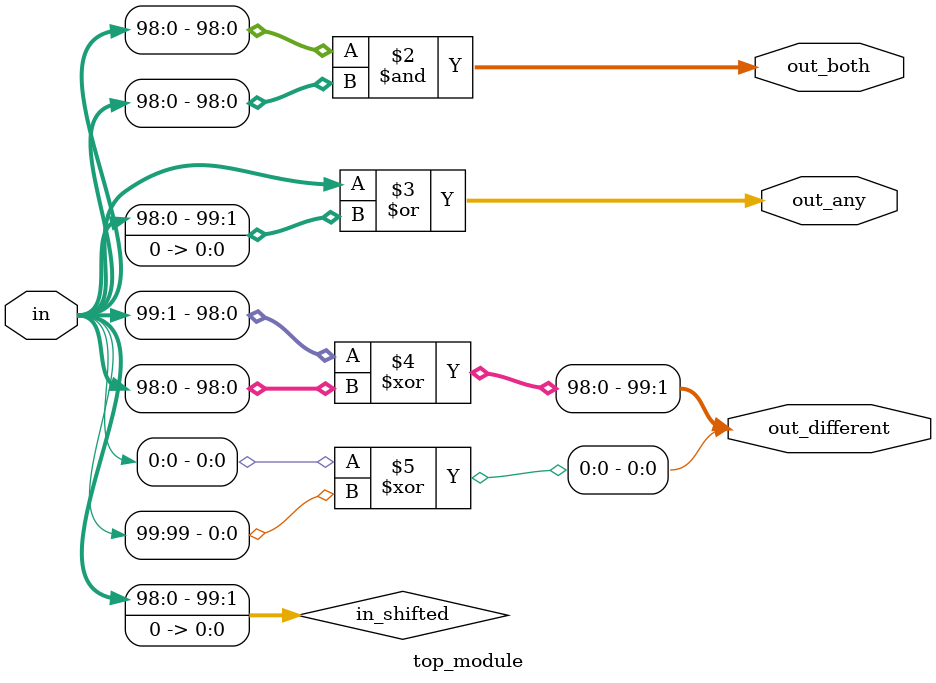
<source format=sv>
module top_module (
    input [99:0] in,
    output [98:0] out_both,
    output [99:0] out_any,
    output [99:0] out_different
);

    wire [99:0] in_shifted;

    assign in_shifted = in << 1;
    assign out_both = in[98:0] & in_shifted[99:1];
    assign out_any = in | in_shifted;
    assign out_different[99:1] = in[99:1] ^ in_shifted[99:1];
    assign out_different[0] = in[0] ^ in[99];

endmodule

</source>
